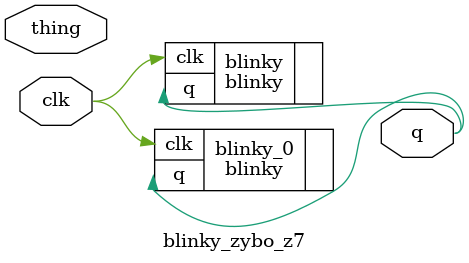
<source format=v>
module blinky_zybo_z7
  #(parameter random = 16,
  parameter blah = 2)
  (input wire  clk,
   output wire q,
   input wire [((2+random)/(blah)):4] thing
   );

   blinky #(.clk_freq_hz (125_000_000)) blinky
     (.clk (clk),
      .q   (q));

   blinky #(.clk_freq_hz (125_000_000)) blinky_0
     (.clk (clk),
      .q   (q));


endmodule

</source>
